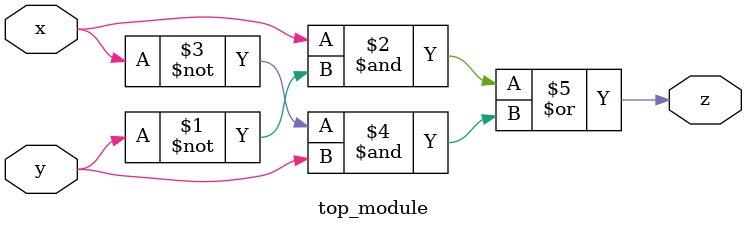
<source format=sv>
module top_module(
    input x,
    input y,
    output z);

    assign z = (x & ~y) | (~x & y);

endmodule

</source>
